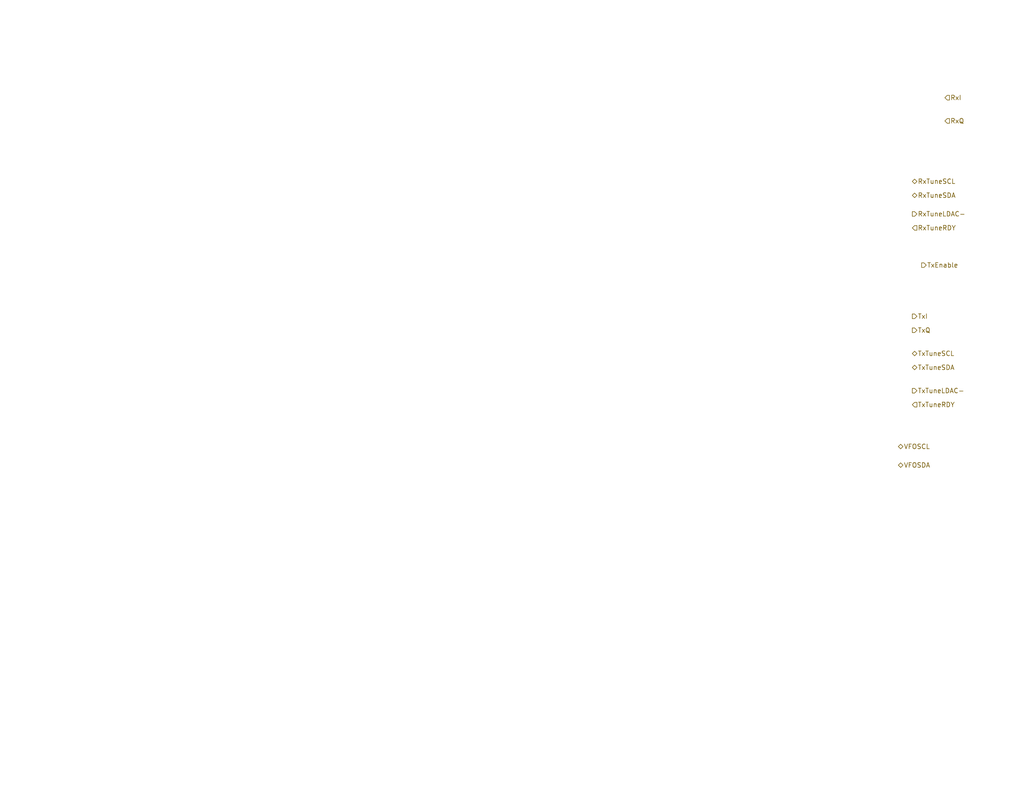
<source format=kicad_sch>
(kicad_sch
	(version 20250114)
	(generator "eeschema")
	(generator_version "9.0")
	(uuid "da5dad2a-8349-42cf-a235-efee4418e0c0")
	(paper "A")
	(title_block
		(title "USB SSB Transciever overview")
		(date "2025-03-23")
		(company "SoftShack")
		(comment 1 "Alan Mimms")
		(comment 2 "WB7NAB")
	)
	(lib_symbols)
	(hierarchical_label "TxTuneSCL"
		(shape bidirectional)
		(at 248.92 96.52 0)
		(effects
			(font
				(size 1.27 1.27)
			)
			(justify left)
		)
		(uuid "2dfa9b65-fc77-452b-bd19-bcf8c6c9eaf6")
	)
	(hierarchical_label "TxI"
		(shape output)
		(at 248.92 86.36 0)
		(effects
			(font
				(size 1.27 1.27)
			)
			(justify left)
		)
		(uuid "3ab61747-f1a0-4c11-a267-023f009b568c")
	)
	(hierarchical_label "TxEnable"
		(shape output)
		(at 251.46 72.39 0)
		(effects
			(font
				(size 1.27 1.27)
			)
			(justify left)
		)
		(uuid "3c135c4f-9a81-4931-8919-c31d4e931681")
	)
	(hierarchical_label "RxTuneLDAC-"
		(shape output)
		(at 248.92 58.42 0)
		(effects
			(font
				(size 1.27 1.27)
			)
			(justify left)
		)
		(uuid "4c042783-3748-4565-8f1a-0e3936fe377d")
	)
	(hierarchical_label "TxTuneSDA"
		(shape bidirectional)
		(at 248.92 100.33 0)
		(effects
			(font
				(size 1.27 1.27)
			)
			(justify left)
		)
		(uuid "55c81a1b-d8e3-4b64-966e-c722596128fc")
	)
	(hierarchical_label "RxI"
		(shape input)
		(at 257.81 26.67 0)
		(effects
			(font
				(size 1.27 1.27)
			)
			(justify left)
		)
		(uuid "653ad257-d18c-4781-8235-c300c5fddb31")
	)
	(hierarchical_label "TxQ"
		(shape output)
		(at 248.92 90.17 0)
		(effects
			(font
				(size 1.27 1.27)
			)
			(justify left)
		)
		(uuid "69312f5e-864d-47d5-a98f-fcbc5b111cd9")
	)
	(hierarchical_label "TxTuneRDY"
		(shape input)
		(at 248.92 110.49 0)
		(effects
			(font
				(size 1.27 1.27)
			)
			(justify left)
		)
		(uuid "7091c08b-5bec-4566-8170-22d5f59cb51a")
	)
	(hierarchical_label "RxTuneRDY"
		(shape input)
		(at 248.92 62.23 0)
		(effects
			(font
				(size 1.27 1.27)
			)
			(justify left)
		)
		(uuid "73459724-88b6-453e-b7c4-aefbd3cec8c6")
	)
	(hierarchical_label "VFOSCL"
		(shape bidirectional)
		(at 245.11 121.92 0)
		(effects
			(font
				(size 1.27 1.27)
			)
			(justify left)
		)
		(uuid "7f8c4cd0-4048-435f-a885-054558a22868")
	)
	(hierarchical_label "VFOSDA"
		(shape bidirectional)
		(at 245.11 127 0)
		(effects
			(font
				(size 1.27 1.27)
			)
			(justify left)
		)
		(uuid "97710696-2da0-44a7-8010-1ed8c0ed4820")
	)
	(hierarchical_label "TxTuneLDAC-"
		(shape output)
		(at 248.92 106.68 0)
		(effects
			(font
				(size 1.27 1.27)
			)
			(justify left)
		)
		(uuid "a5098e60-f9f2-4552-bf06-3bbb0d73fe08")
	)
	(hierarchical_label "RxQ"
		(shape input)
		(at 257.81 33.02 0)
		(effects
			(font
				(size 1.27 1.27)
			)
			(justify left)
		)
		(uuid "e5f9c08a-5419-49ea-aacd-7721d1f1e95c")
	)
	(hierarchical_label "RxTuneSDA"
		(shape bidirectional)
		(at 248.92 53.34 0)
		(effects
			(font
				(size 1.27 1.27)
			)
			(justify left)
		)
		(uuid "f3faba12-2883-458d-b942-13ea20aa2ce1")
	)
	(hierarchical_label "RxTuneSCL"
		(shape bidirectional)
		(at 248.92 49.53 0)
		(effects
			(font
				(size 1.27 1.27)
			)
			(justify left)
		)
		(uuid "fd4bfa1e-d636-4599-9478-a108ae9d7d1e")
	)
)

</source>
